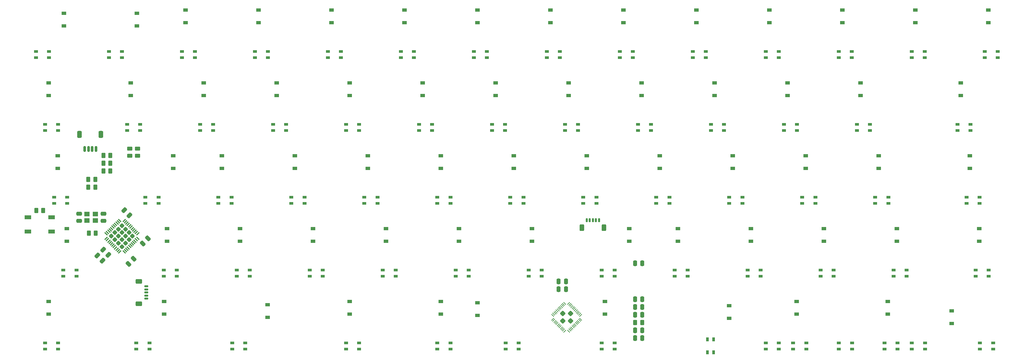
<source format=gbr>
%TF.GenerationSoftware,KiCad,Pcbnew,(6.0.5)*%
%TF.CreationDate,2022-07-14T21:57:26-04:00*%
%TF.ProjectId,bd64pcb,62643634-7063-4622-9e6b-696361645f70,rev?*%
%TF.SameCoordinates,Original*%
%TF.FileFunction,Paste,Bot*%
%TF.FilePolarity,Positive*%
%FSLAX46Y46*%
G04 Gerber Fmt 4.6, Leading zero omitted, Abs format (unit mm)*
G04 Created by KiCad (PCBNEW (6.0.5)) date 2022-07-14 21:57:26*
%MOMM*%
%LPD*%
G01*
G04 APERTURE LIST*
G04 Aperture macros list*
%AMRoundRect*
0 Rectangle with rounded corners*
0 $1 Rounding radius*
0 $2 $3 $4 $5 $6 $7 $8 $9 X,Y pos of 4 corners*
0 Add a 4 corners polygon primitive as box body*
4,1,4,$2,$3,$4,$5,$6,$7,$8,$9,$2,$3,0*
0 Add four circle primitives for the rounded corners*
1,1,$1+$1,$2,$3*
1,1,$1+$1,$4,$5*
1,1,$1+$1,$6,$7*
1,1,$1+$1,$8,$9*
0 Add four rect primitives between the rounded corners*
20,1,$1+$1,$2,$3,$4,$5,0*
20,1,$1+$1,$4,$5,$6,$7,0*
20,1,$1+$1,$6,$7,$8,$9,0*
20,1,$1+$1,$8,$9,$2,$3,0*%
G04 Aperture macros list end*
%ADD10RoundRect,0.250000X0.512652X0.159099X0.159099X0.512652X-0.512652X-0.159099X-0.159099X-0.512652X0*%
%ADD11RoundRect,0.250000X-0.159099X0.512652X-0.512652X0.159099X0.159099X-0.512652X0.512652X-0.159099X0*%
%ADD12RoundRect,0.250000X-0.512652X-0.159099X-0.159099X-0.512652X0.512652X0.159099X0.159099X0.512652X0*%
%ADD13RoundRect,0.250000X0.159099X-0.512652X0.512652X-0.159099X-0.159099X0.512652X-0.512652X0.159099X0*%
%ADD14RoundRect,0.250000X0.475000X-0.250000X0.475000X0.250000X-0.475000X0.250000X-0.475000X-0.250000X0*%
%ADD15RoundRect,0.250000X-0.475000X0.250000X-0.475000X-0.250000X0.475000X-0.250000X0.475000X0.250000X0*%
%ADD16RoundRect,0.250000X-0.250000X-0.475000X0.250000X-0.475000X0.250000X0.475000X-0.250000X0.475000X0*%
%ADD17RoundRect,0.250000X0.250000X0.475000X-0.250000X0.475000X-0.250000X-0.475000X0.250000X-0.475000X0*%
%ADD18R,1.200000X0.900000*%
%ADD19R,1.000000X0.700000*%
%ADD20R,0.700000X1.000000*%
%ADD21RoundRect,0.250000X0.262500X0.450000X-0.262500X0.450000X-0.262500X-0.450000X0.262500X-0.450000X0*%
%ADD22RoundRect,0.250000X-0.450000X0.262500X-0.450000X-0.262500X0.450000X-0.262500X0.450000X0.262500X0*%
%ADD23RoundRect,0.250000X-0.262500X-0.450000X0.262500X-0.450000X0.262500X0.450000X-0.262500X0.450000X0*%
%ADD24R,1.800000X1.100000*%
%ADD25RoundRect,0.250000X0.000000X-0.445477X0.445477X0.000000X0.000000X0.445477X-0.445477X0.000000X0*%
%ADD26RoundRect,0.050000X-0.229810X-0.300520X0.300520X0.229810X0.229810X0.300520X-0.300520X-0.229810X0*%
%ADD27RoundRect,0.050000X0.229810X-0.300520X0.300520X-0.229810X-0.229810X0.300520X-0.300520X0.229810X0*%
%ADD28R,1.400000X1.200000*%
%ADD29RoundRect,0.250000X0.000000X-0.388909X0.388909X0.000000X0.000000X0.388909X-0.388909X0.000000X0*%
%ADD30RoundRect,0.062500X-0.291682X-0.380070X0.380070X0.291682X0.291682X0.380070X-0.380070X-0.291682X0*%
%ADD31RoundRect,0.062500X0.291682X-0.380070X0.380070X-0.291682X-0.291682X0.380070X-0.380070X0.291682X0*%
%ADD32RoundRect,0.150000X-0.150000X-0.625000X0.150000X-0.625000X0.150000X0.625000X-0.150000X0.625000X0*%
%ADD33RoundRect,0.250000X-0.350000X-0.650000X0.350000X-0.650000X0.350000X0.650000X-0.350000X0.650000X0*%
%ADD34RoundRect,0.125000X0.375000X-0.125000X0.375000X0.125000X-0.375000X0.125000X-0.375000X-0.125000X0*%
%ADD35RoundRect,0.250000X0.600000X-0.350000X0.600000X0.350000X-0.600000X0.350000X-0.600000X-0.350000X0*%
%ADD36RoundRect,0.125000X0.125000X0.375000X-0.125000X0.375000X-0.125000X-0.375000X0.125000X-0.375000X0*%
%ADD37RoundRect,0.250000X0.350000X0.600000X-0.350000X0.600000X-0.350000X-0.600000X0.350000X-0.600000X0*%
G04 APERTURE END LIST*
D10*
%TO.C,C1*%
X47280751Y-98842751D03*
X45937249Y-97499249D03*
%TD*%
D11*
%TO.C,C2*%
X52106751Y-104865249D03*
X50763249Y-106208751D03*
%TD*%
D12*
%TO.C,C3*%
X40476249Y-107786249D03*
X41819751Y-109129751D03*
%TD*%
D13*
%TO.C,C4*%
X47080249Y-111542751D03*
X48423751Y-110199249D03*
%TD*%
D14*
%TO.C,C5*%
X40482761Y-100264000D03*
X40482761Y-98364000D03*
%TD*%
D15*
%TO.C,C6*%
X34132761Y-98364000D03*
X34132761Y-100264000D03*
%TD*%
D12*
%TO.C,C7*%
X38952249Y-109310249D03*
X40295751Y-110653751D03*
%TD*%
D16*
%TO.C,C9*%
X179263000Y-111379000D03*
X181163000Y-111379000D03*
%TD*%
D17*
%TO.C,C10*%
X181163000Y-130937000D03*
X179263000Y-130937000D03*
%TD*%
%TO.C,C11*%
X161224000Y-118110000D03*
X159324000Y-118110000D03*
%TD*%
%TO.C,C12*%
X181163000Y-124841000D03*
X179263000Y-124841000D03*
%TD*%
%TO.C,C13*%
X181163000Y-128905000D03*
X179263000Y-128905000D03*
%TD*%
%TO.C,C14*%
X161224000Y-116078000D03*
X159324000Y-116078000D03*
%TD*%
D16*
%TO.C,C16*%
X179263000Y-120777000D03*
X181163000Y-120777000D03*
%TD*%
D18*
%TO.C,D2*%
X49212500Y-49275000D03*
X49212500Y-45975000D03*
%TD*%
%TO.C,D3*%
X61912500Y-48481250D03*
X61912500Y-45181250D03*
%TD*%
%TO.C,D4*%
X80962500Y-48481250D03*
X80962500Y-45181250D03*
%TD*%
%TO.C,D5*%
X100012500Y-48481250D03*
X100012500Y-45181250D03*
%TD*%
%TO.C,D6*%
X119062500Y-48481250D03*
X119062500Y-45181250D03*
%TD*%
%TO.C,D7*%
X138112500Y-48481250D03*
X138112500Y-45181250D03*
%TD*%
%TO.C,D8*%
X157162500Y-48481250D03*
X157162500Y-45181250D03*
%TD*%
%TO.C,D9*%
X176212500Y-48481250D03*
X176212500Y-45181250D03*
%TD*%
%TO.C,D10*%
X195262500Y-48481250D03*
X195262500Y-45181250D03*
%TD*%
%TO.C,D11*%
X214312500Y-48481250D03*
X214312500Y-45181250D03*
%TD*%
%TO.C,D12*%
X233362500Y-48481250D03*
X233362500Y-45181250D03*
%TD*%
%TO.C,D13*%
X252412500Y-48481250D03*
X252412500Y-45181250D03*
%TD*%
%TO.C,D15*%
X26193750Y-67531250D03*
X26193750Y-64231250D03*
%TD*%
%TO.C,D16*%
X47625000Y-67531250D03*
X47625000Y-64231250D03*
%TD*%
%TO.C,D17*%
X66675000Y-67531250D03*
X66675000Y-64231250D03*
%TD*%
%TO.C,D18*%
X85725000Y-67531250D03*
X85725000Y-64231250D03*
%TD*%
%TO.C,D19*%
X104775000Y-67531250D03*
X104775000Y-64231250D03*
%TD*%
%TO.C,D20*%
X123825000Y-67531250D03*
X123825000Y-64231250D03*
%TD*%
%TO.C,D21*%
X142875000Y-67531250D03*
X142875000Y-64231250D03*
%TD*%
%TO.C,D22*%
X161925000Y-67531250D03*
X161925000Y-64231250D03*
%TD*%
%TO.C,D23*%
X180975000Y-67531250D03*
X180975000Y-64231250D03*
%TD*%
%TO.C,D24*%
X200025000Y-67531250D03*
X200025000Y-64231250D03*
%TD*%
%TO.C,D25*%
X219075000Y-67531250D03*
X219075000Y-64231250D03*
%TD*%
%TO.C,D26*%
X238125000Y-67531250D03*
X238125000Y-64231250D03*
%TD*%
%TO.C,D14*%
X271462500Y-48481250D03*
X271462500Y-45181250D03*
%TD*%
%TO.C,D28*%
X28575000Y-86581250D03*
X28575000Y-83281250D03*
%TD*%
%TO.C,D29*%
X58737500Y-86581250D03*
X58737500Y-83281250D03*
%TD*%
%TO.C,D30*%
X71437500Y-86581250D03*
X71437500Y-83281250D03*
%TD*%
%TO.C,D31*%
X90487500Y-86581250D03*
X90487500Y-83281250D03*
%TD*%
%TO.C,D32*%
X109537500Y-86581250D03*
X109537500Y-83281250D03*
%TD*%
%TO.C,D33*%
X128587500Y-86581250D03*
X128587500Y-83281250D03*
%TD*%
%TO.C,D34*%
X147637500Y-86581250D03*
X147637500Y-83281250D03*
%TD*%
%TO.C,D35*%
X166687500Y-86581250D03*
X166687500Y-83281250D03*
%TD*%
%TO.C,D36*%
X185737500Y-86581250D03*
X185737500Y-83281250D03*
%TD*%
%TO.C,D37*%
X204787500Y-86581250D03*
X204787500Y-83281250D03*
%TD*%
%TO.C,D38*%
X223837500Y-86581250D03*
X223837500Y-83281250D03*
%TD*%
%TO.C,D39*%
X242887500Y-86581250D03*
X242887500Y-83281250D03*
%TD*%
%TO.C,D27*%
X264318750Y-67531250D03*
X264318750Y-64231250D03*
%TD*%
%TO.C,D41*%
X30956250Y-105631250D03*
X30956250Y-102331250D03*
%TD*%
%TO.C,D42*%
X57150000Y-105631250D03*
X57150000Y-102331250D03*
%TD*%
%TO.C,D43*%
X76200000Y-105631250D03*
X76200000Y-102331250D03*
%TD*%
%TO.C,D44*%
X95250000Y-105631250D03*
X95250000Y-102331250D03*
%TD*%
%TO.C,D45*%
X114300000Y-105631250D03*
X114300000Y-102331250D03*
%TD*%
%TO.C,D46*%
X133350000Y-105631250D03*
X133350000Y-102331250D03*
%TD*%
%TO.C,D47*%
X152400000Y-105631250D03*
X152400000Y-102331250D03*
%TD*%
%TO.C,D48*%
X177800000Y-105631250D03*
X177800000Y-102331250D03*
%TD*%
%TO.C,D49*%
X190500000Y-105631250D03*
X190500000Y-102331250D03*
%TD*%
%TO.C,D50*%
X209550000Y-105631250D03*
X209550000Y-102331250D03*
%TD*%
%TO.C,D51*%
X228600000Y-105631250D03*
X228600000Y-102331250D03*
%TD*%
%TO.C,D52*%
X247650000Y-105631250D03*
X247650000Y-102331250D03*
%TD*%
%TO.C,D40*%
X266700000Y-86581250D03*
X266700000Y-83281250D03*
%TD*%
%TO.C,D54*%
X26193750Y-124681250D03*
X26193750Y-121381250D03*
%TD*%
%TO.C,D55*%
X56356250Y-124681250D03*
X56356250Y-121381250D03*
%TD*%
%TO.C,D56*%
X83343750Y-125475000D03*
X83343750Y-122175000D03*
%TD*%
%TO.C,D57*%
X104775000Y-124681250D03*
X104775000Y-121381250D03*
%TD*%
%TO.C,D58*%
X128587500Y-124681250D03*
X128587500Y-121381250D03*
%TD*%
%TO.C,D59*%
X138112500Y-124967000D03*
X138112500Y-121667000D03*
%TD*%
%TO.C,D60*%
X171450000Y-124681250D03*
X171450000Y-121381250D03*
%TD*%
%TO.C,D61*%
X203835000Y-125729000D03*
X203835000Y-122429000D03*
%TD*%
%TO.C,D62*%
X221456250Y-124681250D03*
X221456250Y-121381250D03*
%TD*%
%TO.C,D63*%
X245268750Y-124681250D03*
X245268750Y-121381250D03*
%TD*%
%TO.C,D64*%
X261937500Y-127062500D03*
X261937500Y-123762500D03*
%TD*%
%TO.C,D53*%
X269081250Y-105631250D03*
X269081250Y-102331250D03*
%TD*%
D19*
%TO.C,L1*%
X22906250Y-55969000D03*
X26306250Y-55969000D03*
X26306250Y-57569000D03*
X22906250Y-57569000D03*
%TD*%
%TO.C,L2*%
X41956250Y-55969000D03*
X45356250Y-55969000D03*
X45356250Y-57569000D03*
X41956250Y-57569000D03*
%TD*%
%TO.C,L3*%
X61006250Y-55969000D03*
X64406250Y-55969000D03*
X64406250Y-57569000D03*
X61006250Y-57569000D03*
%TD*%
%TO.C,L4*%
X80056250Y-55969000D03*
X83456250Y-55969000D03*
X83456250Y-57569000D03*
X80056250Y-57569000D03*
%TD*%
%TO.C,L5*%
X99106250Y-55969000D03*
X102506250Y-55969000D03*
X102506250Y-57569000D03*
X99106250Y-57569000D03*
%TD*%
%TO.C,L6*%
X118156250Y-55969000D03*
X121556250Y-55969000D03*
X121556250Y-57569000D03*
X118156250Y-57569000D03*
%TD*%
%TO.C,L7*%
X137206250Y-55969000D03*
X140606250Y-55969000D03*
X140606250Y-57569000D03*
X137206250Y-57569000D03*
%TD*%
%TO.C,L8*%
X156256250Y-55969000D03*
X159656250Y-55969000D03*
X159656250Y-57569000D03*
X156256250Y-57569000D03*
%TD*%
%TO.C,L9*%
X175306250Y-55969000D03*
X178706250Y-55969000D03*
X178706250Y-57569000D03*
X175306250Y-57569000D03*
%TD*%
%TO.C,L10*%
X194356250Y-55969000D03*
X197756250Y-55969000D03*
X197756250Y-57569000D03*
X194356250Y-57569000D03*
%TD*%
%TO.C,L11*%
X213406250Y-55969000D03*
X216806250Y-55969000D03*
X216806250Y-57569000D03*
X213406250Y-57569000D03*
%TD*%
%TO.C,L12*%
X232456250Y-55969000D03*
X235856250Y-55969000D03*
X235856250Y-57569000D03*
X232456250Y-57569000D03*
%TD*%
%TO.C,L13*%
X251506250Y-55969000D03*
X254906250Y-55969000D03*
X254906250Y-57569000D03*
X251506250Y-57569000D03*
%TD*%
%TO.C,L14*%
X270556250Y-55969000D03*
X273956250Y-55969000D03*
X273956250Y-57569000D03*
X270556250Y-57569000D03*
%TD*%
%TO.C,L15*%
X25287500Y-132169000D03*
X28687500Y-132169000D03*
X28687500Y-133769000D03*
X25287500Y-133769000D03*
%TD*%
%TO.C,L16*%
X49100000Y-132169000D03*
X52500000Y-132169000D03*
X52500000Y-133769000D03*
X49100000Y-133769000D03*
%TD*%
%TO.C,L18*%
X46718750Y-75019000D03*
X50118750Y-75019000D03*
X50118750Y-76619000D03*
X46718750Y-76619000D03*
%TD*%
%TO.C,L19*%
X65768750Y-75019000D03*
X69168750Y-75019000D03*
X69168750Y-76619000D03*
X65768750Y-76619000D03*
%TD*%
%TO.C,L20*%
X84818750Y-75019000D03*
X88218750Y-75019000D03*
X88218750Y-76619000D03*
X84818750Y-76619000D03*
%TD*%
%TO.C,L21*%
X103868750Y-75019000D03*
X107268750Y-75019000D03*
X107268750Y-76619000D03*
X103868750Y-76619000D03*
%TD*%
%TO.C,L22*%
X122918750Y-75019000D03*
X126318750Y-75019000D03*
X126318750Y-76619000D03*
X122918750Y-76619000D03*
%TD*%
%TO.C,L23*%
X141968750Y-75019000D03*
X145368750Y-75019000D03*
X145368750Y-76619000D03*
X141968750Y-76619000D03*
%TD*%
%TO.C,L24*%
X161018750Y-75019000D03*
X164418750Y-75019000D03*
X164418750Y-76619000D03*
X161018750Y-76619000D03*
%TD*%
%TO.C,L25*%
X180068750Y-75019000D03*
X183468750Y-75019000D03*
X183468750Y-76619000D03*
X180068750Y-76619000D03*
%TD*%
%TO.C,L26*%
X199118750Y-75019000D03*
X202518750Y-75019000D03*
X202518750Y-76619000D03*
X199118750Y-76619000D03*
%TD*%
%TO.C,L27*%
X218168750Y-75019000D03*
X221568750Y-75019000D03*
X221568750Y-76619000D03*
X218168750Y-76619000D03*
%TD*%
%TO.C,L28*%
X237218750Y-75019000D03*
X240618750Y-75019000D03*
X240618750Y-76619000D03*
X237218750Y-76619000D03*
%TD*%
%TO.C,L29*%
X263412500Y-75019000D03*
X266812500Y-75019000D03*
X266812500Y-76619000D03*
X263412500Y-76619000D03*
%TD*%
%TO.C,L30*%
X74119000Y-132169000D03*
X77519000Y-132169000D03*
X77519000Y-133769000D03*
X74119000Y-133769000D03*
%TD*%
%TO.C,L31*%
X103868750Y-132169000D03*
X107268750Y-132169000D03*
X107268750Y-133769000D03*
X103868750Y-133769000D03*
%TD*%
%TO.C,L32*%
X127681250Y-132169000D03*
X131081250Y-132169000D03*
X131081250Y-133769000D03*
X127681250Y-133769000D03*
%TD*%
%TO.C,L33*%
X27668750Y-94069000D03*
X31068750Y-94069000D03*
X31068750Y-95669000D03*
X27668750Y-95669000D03*
%TD*%
%TO.C,L34*%
X51481250Y-94069000D03*
X54881250Y-94069000D03*
X54881250Y-95669000D03*
X51481250Y-95669000D03*
%TD*%
%TO.C,L35*%
X70531250Y-94069000D03*
X73931250Y-94069000D03*
X73931250Y-95669000D03*
X70531250Y-95669000D03*
%TD*%
%TO.C,L36*%
X89581250Y-94069000D03*
X92981250Y-94069000D03*
X92981250Y-95669000D03*
X89581250Y-95669000D03*
%TD*%
%TO.C,L37*%
X108631250Y-94069000D03*
X112031250Y-94069000D03*
X112031250Y-95669000D03*
X108631250Y-95669000D03*
%TD*%
%TO.C,L38*%
X127681250Y-94069000D03*
X131081250Y-94069000D03*
X131081250Y-95669000D03*
X127681250Y-95669000D03*
%TD*%
%TO.C,L39*%
X146731250Y-94069000D03*
X150131250Y-94069000D03*
X150131250Y-95669000D03*
X146731250Y-95669000D03*
%TD*%
%TO.C,L40*%
X165781250Y-94069000D03*
X169181250Y-94069000D03*
X169181250Y-95669000D03*
X165781250Y-95669000D03*
%TD*%
%TO.C,L41*%
X184831250Y-94069000D03*
X188231250Y-94069000D03*
X188231250Y-95669000D03*
X184831250Y-95669000D03*
%TD*%
%TO.C,L42*%
X203881250Y-94069000D03*
X207281250Y-94069000D03*
X207281250Y-95669000D03*
X203881250Y-95669000D03*
%TD*%
%TO.C,L43*%
X222931250Y-94069000D03*
X226331250Y-94069000D03*
X226331250Y-95669000D03*
X222931250Y-95669000D03*
%TD*%
%TO.C,L44*%
X241981250Y-94069000D03*
X245381250Y-94069000D03*
X245381250Y-95669000D03*
X241981250Y-95669000D03*
%TD*%
%TO.C,L45*%
X265793750Y-94069000D03*
X269193750Y-94069000D03*
X269193750Y-95669000D03*
X265793750Y-95669000D03*
%TD*%
%TO.C,L46*%
X145493000Y-132169000D03*
X148893000Y-132169000D03*
X148893000Y-133769000D03*
X145493000Y-133769000D03*
%TD*%
%TO.C,L47*%
X170543750Y-132169000D03*
X173943750Y-132169000D03*
X173943750Y-133769000D03*
X170543750Y-133769000D03*
%TD*%
D20*
%TO.C,L48*%
X198209000Y-134669000D03*
X198209000Y-131269000D03*
X199809000Y-131269000D03*
X199809000Y-134669000D03*
%TD*%
D19*
%TO.C,L49*%
X30050000Y-113119000D03*
X33450000Y-113119000D03*
X33450000Y-114719000D03*
X30050000Y-114719000D03*
%TD*%
%TO.C,L50*%
X56243750Y-113119000D03*
X59643750Y-113119000D03*
X59643750Y-114719000D03*
X56243750Y-114719000D03*
%TD*%
%TO.C,L51*%
X75293750Y-113119000D03*
X78693750Y-113119000D03*
X78693750Y-114719000D03*
X75293750Y-114719000D03*
%TD*%
%TO.C,L52*%
X94343750Y-113119000D03*
X97743750Y-113119000D03*
X97743750Y-114719000D03*
X94343750Y-114719000D03*
%TD*%
%TO.C,L53*%
X113393750Y-113119000D03*
X116793750Y-113119000D03*
X116793750Y-114719000D03*
X113393750Y-114719000D03*
%TD*%
%TO.C,L54*%
X132443750Y-113119000D03*
X135843750Y-113119000D03*
X135843750Y-114719000D03*
X132443750Y-114719000D03*
%TD*%
%TO.C,L55*%
X151493750Y-113119000D03*
X154893750Y-113119000D03*
X154893750Y-114719000D03*
X151493750Y-114719000D03*
%TD*%
%TO.C,L56*%
X170543750Y-113119000D03*
X173943750Y-113119000D03*
X173943750Y-114719000D03*
X170543750Y-114719000D03*
%TD*%
%TO.C,L57*%
X189593750Y-113119000D03*
X192993750Y-113119000D03*
X192993750Y-114719000D03*
X189593750Y-114719000D03*
%TD*%
%TO.C,L58*%
X208643750Y-113119000D03*
X212043750Y-113119000D03*
X212043750Y-114719000D03*
X208643750Y-114719000D03*
%TD*%
%TO.C,L59*%
X227693750Y-113119000D03*
X231093750Y-113119000D03*
X231093750Y-114719000D03*
X227693750Y-114719000D03*
%TD*%
%TO.C,L60*%
X246743750Y-113119000D03*
X250143750Y-113119000D03*
X250143750Y-114719000D03*
X246743750Y-114719000D03*
%TD*%
%TO.C,L61*%
X268175000Y-113119000D03*
X271575000Y-113119000D03*
X271575000Y-114719000D03*
X268175000Y-114719000D03*
%TD*%
%TO.C,L62*%
X220550000Y-132169000D03*
X223950000Y-132169000D03*
X223950000Y-133769000D03*
X220550000Y-133769000D03*
%TD*%
%TO.C,L63*%
X244362500Y-132169000D03*
X247762500Y-132169000D03*
X247762500Y-133769000D03*
X244362500Y-133769000D03*
%TD*%
%TO.C,L64*%
X269318000Y-132169000D03*
X272718000Y-132169000D03*
X272718000Y-133769000D03*
X269318000Y-133769000D03*
%TD*%
D21*
%TO.C,R3*%
X38504500Y-103505000D03*
X36679500Y-103505000D03*
%TD*%
%TO.C,R5*%
X42314500Y-87249000D03*
X40489500Y-87249000D03*
%TD*%
%TO.C,R8*%
X38377500Y-89408000D03*
X36552500Y-89408000D03*
%TD*%
%TO.C,R9*%
X24788500Y-97536000D03*
X22963500Y-97536000D03*
%TD*%
D22*
%TO.C,R10*%
X49403000Y-81383500D03*
X49403000Y-83208500D03*
%TD*%
%TO.C,R11*%
X47371000Y-81383500D03*
X47371000Y-83208500D03*
%TD*%
D23*
%TO.C,R12*%
X179300500Y-126873000D03*
X181125500Y-126873000D03*
%TD*%
D24*
%TO.C,SW1*%
X20776000Y-103069000D03*
X26976000Y-99369000D03*
X20776000Y-99369000D03*
X26976000Y-103069000D03*
%TD*%
D25*
%TO.C,U2*%
X160427051Y-126465949D03*
X162406949Y-124486051D03*
X162406949Y-126465949D03*
X160427051Y-124486051D03*
D26*
X160886670Y-129117600D03*
X160603827Y-128834757D03*
X160320984Y-128551914D03*
X160038142Y-128269072D03*
X159755299Y-127986229D03*
X159472456Y-127703386D03*
X159189614Y-127420544D03*
X158906771Y-127137701D03*
X158623928Y-126854858D03*
X158341086Y-126572016D03*
X158058243Y-126289173D03*
X157775400Y-126006330D03*
D27*
X157775400Y-124945670D03*
X158058243Y-124662827D03*
X158341086Y-124379984D03*
X158623928Y-124097142D03*
X158906771Y-123814299D03*
X159189614Y-123531456D03*
X159472456Y-123248614D03*
X159755299Y-122965771D03*
X160038142Y-122682928D03*
X160320984Y-122400086D03*
X160603827Y-122117243D03*
X160886670Y-121834400D03*
D26*
X161947330Y-121834400D03*
X162230173Y-122117243D03*
X162513016Y-122400086D03*
X162795858Y-122682928D03*
X163078701Y-122965771D03*
X163361544Y-123248614D03*
X163644386Y-123531456D03*
X163927229Y-123814299D03*
X164210072Y-124097142D03*
X164492914Y-124379984D03*
X164775757Y-124662827D03*
X165058600Y-124945670D03*
D27*
X165058600Y-126006330D03*
X164775757Y-126289173D03*
X164492914Y-126572016D03*
X164210072Y-126854858D03*
X163927229Y-127137701D03*
X163644386Y-127420544D03*
X163361544Y-127703386D03*
X163078701Y-127986229D03*
X162795858Y-128269072D03*
X162513016Y-128551914D03*
X162230173Y-128834757D03*
X161947330Y-129117600D03*
%TD*%
D28*
%TO.C,Y1*%
X38407761Y-100164000D03*
X36207761Y-100164000D03*
X36207761Y-98464000D03*
X38407761Y-98464000D03*
%TD*%
D17*
%TO.C,C15*%
X181163000Y-122809000D03*
X179263000Y-122809000D03*
%TD*%
D21*
%TO.C,R7*%
X42314500Y-83185000D03*
X40489500Y-83185000D03*
%TD*%
%TO.C,R6*%
X42314500Y-85217000D03*
X40489500Y-85217000D03*
%TD*%
D29*
%TO.C,U1*%
X44419761Y-102428522D03*
X46258239Y-102428522D03*
X44419761Y-106105478D03*
X45339000Y-107024716D03*
X44419761Y-104267000D03*
X48096716Y-104267000D03*
X43500522Y-105186239D03*
X45339000Y-105186239D03*
X46258239Y-106105478D03*
X45339000Y-101509284D03*
X45339000Y-103347761D03*
X43500522Y-103347761D03*
X47177478Y-105186239D03*
X47177478Y-103347761D03*
X42581284Y-104267000D03*
X46258239Y-104267000D03*
D30*
X44746798Y-108394736D03*
X44393245Y-108041182D03*
X44039691Y-107687629D03*
X43686138Y-107334076D03*
X43332585Y-106980522D03*
X42979031Y-106626969D03*
X42625478Y-106273415D03*
X42271924Y-105919862D03*
X41918371Y-105566309D03*
X41564818Y-105212755D03*
X41211264Y-104859202D03*
D31*
X41211264Y-103674798D03*
X41564818Y-103321245D03*
X41918371Y-102967691D03*
X42271924Y-102614138D03*
X42625478Y-102260585D03*
X42979031Y-101907031D03*
X43332585Y-101553478D03*
X43686138Y-101199924D03*
X44039691Y-100846371D03*
X44393245Y-100492818D03*
X44746798Y-100139264D03*
D30*
X45931202Y-100139264D03*
X46284755Y-100492818D03*
X46638309Y-100846371D03*
X46991862Y-101199924D03*
X47345415Y-101553478D03*
X47698969Y-101907031D03*
X48052522Y-102260585D03*
X48406076Y-102614138D03*
X48759629Y-102967691D03*
X49113182Y-103321245D03*
X49466736Y-103674798D03*
D31*
X49466736Y-104859202D03*
X49113182Y-105212755D03*
X48759629Y-105566309D03*
X48406076Y-105919862D03*
X48052522Y-106273415D03*
X47698969Y-106626969D03*
X47345415Y-106980522D03*
X46991862Y-107334076D03*
X46638309Y-107687629D03*
X46284755Y-108041182D03*
X45931202Y-108394736D03*
%TD*%
D21*
%TO.C,R4*%
X38377500Y-91440000D03*
X36552500Y-91440000D03*
%TD*%
D18*
%TO.C,D1*%
X30162500Y-49275000D03*
X30162500Y-45975000D03*
%TD*%
D19*
%TO.C,L17*%
X25287500Y-75019000D03*
X28687500Y-75019000D03*
X28687500Y-76619000D03*
X25287500Y-76619000D03*
%TD*%
D32*
%TO.C,J1*%
X35584000Y-81502000D03*
X36584000Y-81502000D03*
X37584000Y-81502000D03*
X38584000Y-81502000D03*
D33*
X39884000Y-77627000D03*
X34284000Y-77627000D03*
%TD*%
D19*
%TO.C,L63*%
X251538000Y-132169000D03*
X254938000Y-132169000D03*
X254938000Y-133769000D03*
X251538000Y-133769000D03*
%TD*%
D34*
%TO.C,J2*%
X51696000Y-120599000D03*
X51696000Y-119799000D03*
X51696000Y-118999000D03*
X51696000Y-118199000D03*
X51696000Y-117399000D03*
D35*
X49746000Y-121899000D03*
X49746000Y-116099000D03*
%TD*%
D19*
%TO.C,L48*%
X213406250Y-132169000D03*
X216806250Y-132169000D03*
X216806250Y-133769000D03*
X213406250Y-133769000D03*
%TD*%
D36*
%TO.C,J3*%
X169875000Y-100069000D03*
X169075000Y-100069000D03*
X168275000Y-100069000D03*
X167475000Y-100069000D03*
X166675000Y-100069000D03*
D37*
X171175000Y-102019000D03*
X165375000Y-102019000D03*
%TD*%
D19*
%TO.C,L62*%
X232488000Y-132169000D03*
X235888000Y-132169000D03*
X235888000Y-133769000D03*
X232488000Y-133769000D03*
%TD*%
M02*

</source>
